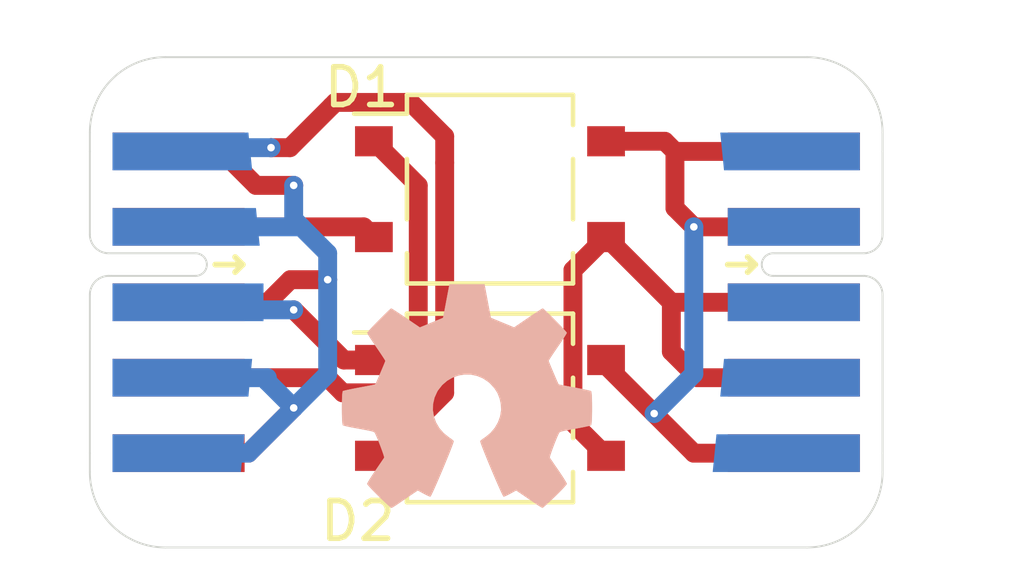
<source format=kicad_pcb>
(kicad_pcb (version 20211014) (generator pcbnew)
  (layers (0 "F.Cu" signal) (31 "B.Cu" signal) (34 "B.Paste" user) (35 "F.Paste" user) (36 "B.SilkS" user "B.Silkscreen") (37 "F.SilkS" user "F.Silkscreen") (38 "B.Mask" user) (39 "F.Mask" user) (44 "Edge.Cuts" user))
  (net 0 "")
  (net 1 "Net-(J1-Pad1)")
  (net 2 "/rectifier/CT1")
  (net 3 "/rectifier/CT2")
  (net 4 "/rectifier/CT4")
  (net 5 "/rectifier/CT3")
  (net 6 "GND")
  (net 7 "/rectifier/48V")
  (footprint "on_edge:on_edge_2x05_device" (layer "F.Cu") (at 140 96.5 -90)
    (fp_text reference "J1")
    (fp_text value "004_BASE-T_CT")
    (fp_line (start -1.2 -3.85) (end -1 -4.05) (layer "F.SilkS") (width 0.153))
    (fp_line (start -1 -4.05) (end -0.8 -3.85) (layer "F.SilkS") (width 0.153))
    (fp_line (start -1 -4.05) (end -1 -3.323) (layer "F.SilkS") (width 0.153))
    (fp_line (start -0.7 -0.5) (end -0.7 -2.8) (layer "Edge.Cuts") (width 0.05))
    (fp_line (start -1.3 -2.8) (end -1.3 -0.5) (layer "Edge.Cuts") (width 0.05))
    (fp_line (start -4 0) (end -1.8 0) (layer "Edge.Cuts") (width 0.05))
    (fp_line (start -0.2 0) (end 4 0) (layer "Edge.Cuts") (width 0.05))
    (fp_arc (start -1.3 -2.8) (mid -1 -3.1) (end -0.7 -2.8) (layer "Edge.Cuts") (width 0.05))
    (fp_arc (start -0.2 0) (mid -0.553553 -0.146447) (end -0.7 -0.5) (layer "Edge.Cuts") (width 0.05))
    (fp_arc (start -1.3 -0.5) (mid -1.446447 -0.146447) (end -1.8 0) (layer "Edge.Cuts") (width 0.05))
    (pad "1" smd rect (at -4 -2.35 90) (size 1 3.5) (layers "F.Cu" "F.Mask") (net 1 "Net-(J1-Pad1)"))
    (pad "2" smd rect (at -2 -2.35 270) (size 1 3.5) (layers "F.Cu" "F.Mask") (net 2 "/rectifier/CT1"))
    (pad "3" smd rect (at 0 -2.35 270) (size 1 3.5) (layers "F.Cu" "F.Mask") (net 1 "Net-(J1-Pad1)"))
    (pad "4" smd rect (at 2 -2.35 90) (size 1 3.5) (layers "F.Cu" "F.Mask") (net 3 "/rectifier/CT2"))
    (pad "5" smd rect (at 4 -2.35 90) (size 1 3.5) (layers "F.Cu" "F.Mask") (net 1 "Net-(J1-Pad1)"))
    (pad "6" smd custom (at -4 -2.4 270) (size 1 3.6) (layers "B.Cu" "B.Mask") (net 5 "/rectifier/CT3") (options (clearance outline) (anchor rect)) (primitives (gr_poly (pts (xy 0.5 -1.8) (xy 0.5 -1.9) (xy -0.5 -1.8)) (width 0) (fill yes))))
    (pad "7" smd custom (at -2 -2.1 270) (size 1 3) (layers "B.Cu" "B.Mask") (net 1 "Net-(J1-Pad1)") (options (clearance outline) (anchor rect)) (primitives (gr_poly (pts (xy 0.3 -0.51) (xy 0.31 -0.62) (xy 0.33 -0.7) (xy 0.35 -0.76) (xy 0.37 -0.81) (xy 0.4 -0.86) (xy 0.44 -0.92) (xy 0.48 -0.97) (xy 0.5 -0.99) (xy 0.5 -2.4) (xy -0.5 -2.3) (xy -0.5 1.5) (xy 0.3 1.5)) (width 0) (fill yes))))
    (pad "8" smd rect (at 0 -2.6 270) (size 1 4) (layers "B.Cu" "B.Mask") (net 4 "/rectifier/CT4"))
    (pad "9" smd custom (at 2 -2.4 270) (size 1 3.6) (layers "B.Cu" "B.Mask") (net 1 "Net-(J1-Pad1)") (options (clearance outline) (anchor rect)) (primitives (gr_poly (pts (xy -0.5 -1.8) (xy -0.5 -1.9) (xy 0.5 -1.8)) (width 0) (fill yes))))
    (pad "10" smd custom (at 4 -2.3 270) (size 1 3.4) (layers "B.Cu" "B.Mask") (net 1 "Net-(J1-Pad1)") (options (clearance outline) (anchor rect)) (primitives (gr_poly (pts (xy -0.5 -1.7) (xy -0.5 -1.8) (xy 0.5 -1.7)) (width 0) (fill yes))))
  )
  (footprint "on_edge:on_edge_2x05_host" (layer "F.Cu") (at 161 96.5 -90)
    (fp_text reference "J2")
    (fp_text value "013_PoE_rectified")
    (fp_line (start -1 3.373) (end -1.2 3.573) (layer "F.SilkS") (width 0.153))
    (fp_line (start -1 4.1) (end -1 3.373) (layer "F.SilkS") (width 0.153))
    (fp_line (start -0.8 3.573) (end -1 3.373) (layer "F.SilkS") (width 0.153))
    (fp_line (start -0.2 0) (end 4 0) (layer "Edge.Cuts") (width 0.05))
    (fp_line (start -1.3 0.5) (end -1.3 2.9) (layer "Edge.Cuts") (width 0.05))
    (fp_line (start -4 0) (end -1.8 0) (layer "Edge.Cuts") (width 0.05))
    (fp_line (start -0.7 2.9) (end -0.7 0.5) (layer "Edge.Cuts") (width 0.05))
    (fp_arc (start -0.7 2.9) (mid -1 3.2) (end -1.3 2.9) (layer "Edge.Cuts") (width 0.05))
    (fp_arc (start -1.8 0) (mid -1.446447 0.146447) (end -1.3 0.5) (layer "Edge.Cuts") (width 0.05))
    (fp_arc (start -0.7 0.5) (mid -0.553553 0.146447) (end -0.2 0) (layer "Edge.Cuts") (width 0.05))
    (pad "1" smd rect (at -4 2.35 270) (size 1 3.5) (layers "F.Cu" "F.Mask") (net 6 "GND"))
    (pad "2" smd rect (at -2 2.35 270) (size 1 3.5) (layers "F.Cu" "F.Mask") (net 6 "GND"))
    (pad "3" smd rect (at 0 2.35 270) (size 1 3.5) (layers "F.Cu" "F.Mask") (net 7 "/rectifier/48V"))
    (pad "4" smd rect (at 2 2.35 270) (size 1 3.5) (layers "F.Cu" "F.Mask") (net 7 "/rectifier/48V"))
    (pad "5" smd rect (at 4 2.35 270) (size 1 3.5) (layers "F.Cu" "F.Mask") (net 6 "GND"))
    (pad "6" smd custom (at -4 2.4 90) (size 1 3.6) (layers "B.Cu" "B.Mask") (options (clearance outline) (anchor rect)) (primitives (gr_poly (pts (xy 0.5 -1.8) (xy -0.5 -1.8) (xy 0.5 -1.9)) (width 0) (fill yes))))
    (pad "7" smd rect (at -2 2.35 90) (size 1 3.5) (layers "B.Cu" "B.Mask"))
    (pad "8" smd rect (at 0 2.35 90) (size 1 3.5) (layers "B.Cu" "B.Mask"))
    (pad "9" smd custom (at 2 2.4 90) (size 1 3.6) (layers "B.Cu" "B.Mask") (options (clearance outline) (anchor rect)) (primitives (gr_poly (pts (xy 0.5 -1.8) (xy -0.5 -1.8) (xy -0.5 -1.9)) (width 0) (fill yes))))
    (pad "10" smd custom (at 4 2.5 90) (size 1 3.8) (layers "B.Cu" "B.Mask") (options (clearance outline) (anchor rect)) (primitives (gr_poly (pts (xy 0.5 -1.9) (xy -0.5 -1.9) (xy -0.5 -2)) (width 0) (fill yes))))
  )
  (footprint "Package_TO_SOT_SMD:TO-269AA" (layer "F.Cu") (at 150.6 99.3)
    (fp_text reference "D2" (at -3.5 3) (layer "F.SilkS"))
    (fp_text value "MB2S")
    (fp_line (start -2.2 -0.8) (end -2.2 0.8) (layer "F.SilkS") (width 0.12))
    (fp_line (start 2.2 -1.7) (end 2.2 -2.5) (layer "F.SilkS") (width 0.12))
    (fp_line (start -2.2 2.5) (end -2.2 1.7) (layer "F.SilkS") (width 0.12))
    (fp_line (start 2.2 2.5) (end -2.2 2.5) (layer "F.SilkS") (width 0.12))
    (fp_line (start 2.2 -2.5) (end -2.2 -2.5) (layer "F.SilkS") (width 0.12))
    (fp_line (start -2.2 -2.5) (end -2.2 -2) (layer "F.SilkS") (width 0.12))
    (fp_line (start 2.2 1.7) (end 2.2 2.5) (layer "F.SilkS") (width 0.12))
    (fp_line (start -2.2 -2) (end -3.6 -2) (layer "F.SilkS") (width 0.12))
    (fp_line (start 2.2 -0.8) (end 2.2 0.8) (layer "F.SilkS") (width 0.12))
    (pad "1" smd rect (at -3.075 -1.27) (size 1 0.8) (layers "F.Cu" "F.Paste" "F.Mask") (net 4 "/rectifier/CT4"))
    (pad "2" smd rect (at -3.075 1.27) (size 1 0.8) (layers "F.Cu" "F.Paste" "F.Mask") (net 5 "/rectifier/CT3"))
    (pad "3" smd rect (at 3.075 1.27) (size 1 0.8) (layers "F.Cu" "F.Paste" "F.Mask") (net 7 "/rectifier/48V"))
    (pad "4" smd rect (at 3.075 -1.27) (size 1 0.8) (layers "F.Cu" "F.Paste" "F.Mask") (net 6 "GND"))
  )
  (footprint "Package_TO_SOT_SMD:TO-269AA" (layer "F.Cu") (at 150.6 93.5)
    (fp_text reference "D1" (at -3.4 -2.7) (layer "F.SilkS"))
    (fp_text value "MB2S")
    (fp_line (start 2.2 -2.5) (end -2.2 -2.5) (layer "F.SilkS") (width 0.12))
    (fp_line (start 2.2 -0.8) (end 2.2 0.8) (layer "F.SilkS") (width 0.12))
    (fp_line (start 2.2 1.7) (end 2.2 2.5) (layer "F.SilkS") (width 0.12))
    (fp_line (start -2.2 2.5) (end -2.2 1.7) (layer "F.SilkS") (width 0.12))
    (fp_line (start -2.2 -2) (end -3.6 -2) (layer "F.SilkS") (width 0.12))
    (fp_line (start 2.2 2.5) (end -2.2 2.5) (layer "F.SilkS") (width 0.12))
    (fp_line (start 2.2 -1.7) (end 2.2 -2.5) (layer "F.SilkS") (width 0.12))
    (fp_line (start -2.2 -2.5) (end -2.2 -2) (layer "F.SilkS") (width 0.12))
    (fp_line (start -2.2 -0.8) (end -2.2 0.8) (layer "F.SilkS") (width 0.12))
    (pad "1" smd rect (at -3.075 -1.27) (size 1 0.8) (layers "F.Cu" "F.Paste" "F.Mask") (net 3 "/rectifier/CT2"))
    (pad "2" smd rect (at -3.075 1.27) (size 1 0.8) (layers "F.Cu" "F.Paste" "F.Mask") (net 2 "/rectifier/CT1"))
    (pad "3" smd rect (at 3.075 1.27) (size 1 0.8) (layers "F.Cu" "F.Paste" "F.Mask") (net 7 "/rectifier/48V"))
    (pad "4" smd rect (at 3.075 -1.27) (size 1 0.8) (layers "F.Cu" "F.Paste" "F.Mask") (net 6 "GND"))
  )
  (footprint "Symbol:OSHW-Symbol_6.7x6mm_SilkScreen" (layer "B.Cu") (at 150 99 180)
    (fp_text reference "LOGO1" hide)
    (fp_text value "Logo_Open_Hardware_Small" hide)
    (fp_poly (pts (xy 0.555814 2.531069) (xy 0.639635 2.086445) (xy 0.94892 1.958947) (xy 1.258206 1.831449) (xy 1.629246 2.083754) (xy 1.733157 2.154004) (xy 1.827087 2.216728) (xy 1.906652 2.269062) (xy 1.96747 2.308143) (xy 2.005157 2.331107) (xy 2.015421 2.336058) (xy 2.03391 2.323324) (xy 2.07342 2.288118) (xy 2.129522 2.234938) (xy 2.197787 2.168282) (xy 2.273786 2.092646) (xy 2.353092 2.012528) (xy 2.431275 1.932426) (xy 2.503907 1.856836) (xy 2.566559 1.790255) (xy 2.614803 1.737182) (xy 2.64421 1.702113) (xy 2.651241 1.690377) (xy 2.641123 1.66874) (xy 2.612759 1.621338) (xy 2.569129 1.552807) (xy 2.513218 1.467785) (xy 2.448006 1.370907) (xy 2.410219 1.31565) (xy 2.341343 1.214752) (xy 2.28014 1.123701) (xy 2.229578 1.04703) (xy 2.192628 0.989272) (xy 2.172258 0.954957) (xy 2.169197 0.947746) (xy 2.176136 0.927252) (xy 2.195051 0.879487) (xy 2.223087 0.811168) (xy 2.257391 0.729011) (xy 2.295109 0.63973) (xy 2.333387 0.550042) (xy 2.36937 0.466662) (xy 2.400206 0.396306) (xy 2.423039 0.34569) (xy 2.435017 0.321529) (xy 2.435724 0.320578) (xy 2.454531 0.315964) (xy 2.504618 0.305672) (xy 2.580793 0.290713) (xy 2.677865 0.272099) (xy 2.790643 0.250841) (xy 2.856442 0.238582) (xy 2.97695 0.215638) (xy 3.085797 0.193805) (xy 3.177476 0.174278) (xy 3.246481 0.158252) (xy 3.287304 0.146921) (xy 3.295511 0.143326) (xy 3.303548 0.118994) (xy 3.310033 0.064041) (xy 3.31497 -0.015108) (xy 3.318364 -0.112026) (xy 3.320218 -0.220287) (xy 3.320538 -0.333465) (xy 3.319327 -0.445135) (xy 3.31659 -0.548868) (xy 3.312331 -0.638241) (xy 3.306555 -0.706826) (xy 3.299267 -0.748197) (xy 3.294895 -0.75681) (xy 3.268764 -0.767133) (xy 3.213393 -0.781892) (xy 3.136107 -0.799352) (xy 3.04423 -0.81778) (xy 3.012158 -0.823741) (xy 2.857524 -0.852066) (xy 2.735375 -0.874876) (xy 2.641673 -0.89308) (xy 2.572384 -0.907583) (xy 2.523471 -0.919292) (xy 2.490897 -0.929115) (xy 2.470628 -0.937956) (xy 2.458626 -0.946724) (xy 2.456947 -0.948457) (xy 2.440184 -0.976371) (xy 2.414614 -1.030695) (xy 2.382788 -1.104777) (xy 2.34726 -1.191965) (xy 2.310583 -1.285608) (xy 2.275311 -1.379052) (xy 2.243996 -1.465647) (xy 2.219193 -1.53874) (xy 2.203454 -1.591678) (xy 2.199332 -1.617811) (xy 2.199676 -1.618726) (xy 2.213641 -1.640086) (xy 2.245322 -1.687084) (xy 2.291391 -1.754827) (xy 2.348518 -1.838423) (xy 2.413373 -1.932982) (xy 2.431843 -1.959854) (xy 2.497699 -2.057275) (xy 2.55565 -2.146163) (xy 2.602538 -2.221412) (xy 2.635207 -2.27792) (xy 2.6505 -2.310581) (xy 2.651241 -2.314593) (xy 2.638392 -2.335684) (xy 2.602888 -2.377464) (xy 2.549293 -2.435445) (xy 2.482171 -2.505135) (xy 2.406087 -2.582045) (xy 2.325604 -2.661683) (xy 2.245287 -2.739561) (xy 2.169699 -2.811186) (xy 2.103405 -2.87207) (xy 2.050969 -2.917721) (xy 2.016955 -2.94365) (xy 2.007545 -2.947883) (xy 1.985643 -2.937912) (xy 1.9408 -2.91102) (xy 1.880321 -2.871736) (xy 1.833789 -2.840117) (xy 1.749475 -2.782098) (xy 1.649626 -2.713784) (xy 1.549473 -2.645579) (xy 1.495627 -2.609075) (xy 1.313371 -2.4858) (xy 1.160381 -2.56852) (xy 1.090682 -2.604759) (xy 1.031414 -2.632926) (xy 0.991311 -2.648991) (xy 0.981103 -2.651226) (xy 0.968829 -2.634722) (xy 0.944613 -2.588082) (xy 0.910263 -2.515609) (xy 0.867588 -2.421606) (xy 0.818394 -2.310374) (xy 0.76449 -2.186215) (xy 0.707684 -2.053432) (xy 0.649782 -1.916327) (xy 0.592593 -1.779202) (xy 0.537924 -1.646358) (xy 0.487584 -1.522098) (xy 0.44338 -1.410725) (xy 0.407119 -1.316539) (xy 0.380609 -1.243844) (xy 0.365658 -1.196941) (xy 0.363254 -1.180833) (xy 0.382311 -1.160286) (xy 0.424036 -1.126933) (xy 0.479706 -1.087702) (xy 0.484378 -1.084599) (xy 0.628264 -0.969423) (xy 0.744283 -0.835053) (xy 0.83143 -0.685784) (xy 0.888699 -0.525913) (xy 0.915086 -0.359737) (xy 0.909585 -0.191552) (xy 0.87119 -0.025655) (xy 0.798895 0.133658) (xy 0.777626 0.168513) (xy 0.666996 0.309263) (xy 0.536302 0.422286) (xy 0.390064 0.506997) (xy 0.232808 0.562806) (xy 0.069057 0.589126) (xy -0.096667 0.58537) (xy -0.259838 0.55095) (xy -0.415935 0.485277) (xy -0.560433 0.387765) (xy -0.605131 0.348187) (xy -0.718888 0.224297) (xy -0.801782 0.093876) (xy -0.858644 -0.052315) (xy -0.890313 -0.197088) (xy -0.898131 -0.35986) (xy -0.872062 -0.52344) (xy -0.814755 -0.682298) (xy -0.728856 -0.830906) (xy -0.617014 -0.963735) (xy -0.481877 -1.075256) (xy -0.464117 -1.087011) (xy -0.40785 -1.125508) (xy -0.365077 -1.158863) (xy -0.344628 -1.18016) (xy -0.344331 -1.180833) (xy -0.348721 -1.203871) (xy -0.366124 -1.256157) (xy -0.394732 -1.33339) (xy -0.432735 -1.431268) (xy -0.478326 -1.545491) (xy -0.529697 -1.671758) (xy -0.585038 -1.805767) (xy -0.642542 -1.943218) (xy -0.700399 -2.079808) (xy -0.756802 -2.211237) (xy -0.809942 -2.333205) (xy -0.85801 -2.441409) (xy -0.899199 -2.531549) (xy -0.931699 -2.599323) (xy -0.953703 -2.64043) (xy -0.962564 -2.651226) (xy -0.98964 -2.642819) (xy -1.040303 -2.620272) (xy -1.105817 -2.587613) (xy -1.141841 -2.56852) (xy -1.294832 -2.4858) (xy -1.477088 -2.609075) (xy -1.570125 -2.672228) (xy -1.671985 -2.741727) (xy -1.767438 -2.807165) (xy -1.81525 -2.840117) (xy -1.882495 -2.885273) (xy -1.939436 -2.921057) (xy -1.978646 -2.942938) (xy -1.991381 -2.947563) (xy -2.009917 -2.935085) (xy -2.050941 -2.900252) (xy -2.110475 -2.846678) (xy -2.184542 -2.777983) (xy -2.269165 -2.697781) (xy -2.322685 -2.646286) (xy -2.416319 -2.554286) (xy -2.497241 -2.471999) (xy -2.562177 -2.402945) (xy -2.607858 -2.350644) (xy -2.631011 -2.318616) (xy -2.633232 -2.312116) (xy -2.622924 -2.287394) (xy -2.594439 -2.237405) (xy -2.550937 -2.167212) (xy -2.495577 -2.081875) (xy -2.43152 -1.986456) (xy -2.413303 -1.959854) (xy -2.346927 -1.863167) (xy -2.287378 -1.776117) (xy -2.237984 -1.703595) (xy -2.202075 -1.650493) (xy -2.182981 -1.621703) (xy -2.181136 -1.618726) (xy -2.183895 -1.595782) (xy -2.198538 -1.545336) (xy -2.222513 -1.474041) (xy -2.253266 -1.388547) (xy -2.288244 -1.295507) (xy -2.324893 -1.201574) (xy -2.360661 -1.113399) (xy -2.392994 -1.037634) (xy -2.419338 -0.980931) (xy -2.437142 -0.949943) (xy -2.438407 -0.948457) (xy -2.449294 -0.939601) (xy -2.467682 -0.930843) (xy -2.497606 -0.921277) (xy -2.543103 -0.909996) (xy -2.608209 -0.896093) (xy -2.696961 -0.878663) (xy -2.813393 -0.856798) (xy -2.961542 -0.829591) (xy -2.993618 -0.823741) (xy -3.088686 -0.805374) (xy -3.171565 -0.787405) (xy -3.23493 -0.771569) (xy -3.271458 -0.7596) (xy -3.276356 -0.75681) (xy -3.284427 -0.732072) (xy -3.290987 -0.67679) (xy -3.296033 -0.597389) (xy -3.299559 -0.500296) (xy -3.301561 -0.391938) (xy -3.302036 -0.27874) (xy -3.300977 -0.167128) (xy -3.298382 -0.063529) (xy -3.294246 0.025632) (xy -3.288563 0.093928) (xy -3.281331 0.134934) (xy -3.276971 0.143326) (xy -3.252698 0.151792) (xy -3.197426 0.165565) (xy -3.116662 0.18345) (xy -3.015912 0.204252) (xy -2.900683 0.226777) (xy -2.837902 0.238582) (xy -2.718787 0.260849) (xy -2.612565 0.281021) (xy -2.524427 0.298085) (xy -2.459566 0.311031) (xy -2.423174 0.318845) (xy -2.417184 0.320578) (xy -2.407061 0.34011) (xy -2.385662 0.387157) (xy -2.355839 0.454997) (xy -2.320445 0.536909) (xy -2.282332 0.626172) (xy -2.244353 0.716065) (xy -2.20936 0.799865) (xy -2.180206 0.870853) (xy -2.159743 0.922306) (xy -2.150823 0.947503) (xy -2.150657 0.948604) (xy -2.160769 0.968481) (xy -2.189117 1.014223) (xy -2.232723 1.081283) (xy -2.288606 1.165116) (xy -2.353787 1.261174) (xy -2.391679 1.31635) (xy -2.460725 1.417519) (xy -2.52205 1.50937) (xy -2.572663 1.587256) (xy -2.609571 1.646531) (xy -2.629782 1.682549) (xy -2.632701 1.690623) (xy -2.620153 1.709416) (xy -2.585463 1.749543) (xy -2.533063 1.806507) (xy -2.467384 1.875815) (xy -2.392856 1.952969) (xy -2.313913 2.033475) (xy -2.234983 2.112837) (xy -2.1605 2.18656) (xy -2.094894 2.250148) (xy -2.042596 2.299106) (xy -2.008039 2.328939) (xy -1.996478 2.336058) (xy -1.977654 2.326047) (xy -1.932631 2.297922) (xy -1.865787 2.254546) (xy -1.781499 2.198782) (xy -1.684144 2.133494) (xy -1.610707 2.083754) (xy -1.239667 1.831449) (xy -0.621095 2.086445) (xy -0.537275 2.531069) (xy -0.453454 2.975693) (xy 0.471994 2.975693) (xy 0.555814 2.531069)) (layer "B.SilkS") (width 0.01) (fill solid))
  )
  (gr_line (start 142 90) (end 159 90) (layer "Edge.Cuts") (width 0.05))
  (gr_arc (start 161 101) (mid 160.414214 102.414214) (end 159 103) (layer "Edge.Cuts") (width 0.05))
  (gr_line (start 159 103) (end 142 103) (layer "Edge.Cuts") (width 0.05))
  (gr_arc (start 159 90) (mid 160.414214 90.585786) (end 161 92) (layer "Edge.Cuts") (width 0.05))
  (gr_line (start 161 92.5) (end 161 92) (layer "Edge.Cuts") (width 0.05))
  (gr_arc (start 142 103) (mid 140.585786 102.414214) (end 140 101) (layer "Edge.Cuts") (width 0.05))
  (gr_line (start 161 101) (end 161 100.5) (layer "Edge.Cuts") (width 0.05))
  (gr_arc (start 140 92) (mid 140.585786 90.585786) (end 142 90) (layer "Edge.Cuts") (width 0.05))
  (gr_line (start 140 100.5) (end 140 101) (layer "Edge.Cuts") (width 0.05))
  (gr_line (start 140 92.5) (end 140 92) (layer "Edge.Cuts") (width 0.05))
  (segment (start 142.35 96.5) (end 144.713288 96.5) (width 0.5) (layer "F.Cu") (net 1))
  (segment (start 142.35 100.5) (end 144.2 100.5) (width 0.5) (layer "F.Cu") (net 1))
  (segment (start 145.313288 95.9) (end 146.3 95.9) (width 0.5) (layer "F.Cu") (net 1))
  (segment (start 144.2 100.5) (end 145.4 99.3) (width 0.5) (layer "F.Cu") (net 1))
  (segment (start 143.5 92.5) (end 144.4 93.4) (width 0.5) (layer "F.Cu") (net 1))
  (segment (start 144.4 93.4) (end 145.4 93.4) (width 0.5) (layer "F.Cu") (net 1))
  (segment (start 144.713288 96.5) (end 145.313288 95.9) (width 0.5) (layer "F.Cu") (net 1))
  (segment (start 142.35 92.5) (end 143.5 92.5) (width 0.5) (layer "F.Cu") (net 1))
  (via (at 145.4 93.4) (size 0.5) (drill 0.2) (layers "F.Cu" "B.Cu") (net 1))
  (via (at 146.3 95.9) (size 0.5) (drill 0.2) (layers "F.Cu" "B.Cu") (net 1))
  (via (at 145.4 99.3) (size 0.5) (drill 0.2) (layers "F.Cu" "B.Cu") (net 1))
  (segment (start 146.3 98.4) (end 145.4 99.3) (width 0.5) (layer "B.Cu") (net 1))
  (segment (start 145.4 99.3) (end 144.7 98.6) (width 0.5) (layer "B.Cu") (net 1))
  (segment (start 144.7 98.5) (end 142.4 98.5) (width 0.5) (layer "B.Cu") (net 1))
  (segment (start 142.3 100.5) (end 144.2 100.5) (width 0.5) (layer "B.Cu") (net 1))
  (segment (start 145.6 94.5) (end 146.3 95.2) (width 0.5) (layer "B.Cu") (net 1))
  (segment (start 144.2 100.5) (end 145.4 99.3) (width 0.5) (layer "B.Cu") (net 1))
  (segment (start 146.3 95.2) (end 146.3 95.9) (width 0.5) (layer "B.Cu") (net 1))
  (segment (start 146.3 95.9) (end 146.3 98.4) (width 0.5) (layer "B.Cu") (net 1))
  (segment (start 145.4 93.4) (end 145.4 94.3) (width 0.5) (layer "B.Cu") (net 1))
  (segment (start 142.1 94.5) (end 145.6 94.5) (width 0.5) (layer "B.Cu") (net 1))
  (segment (start 145.4 94.3) (end 145.6 94.5) (width 0.5) (layer "B.Cu") (net 1))
  (segment (start 144.7 98.6) (end 144.7 98.5) (width 0.5) (layer "B.Cu") (net 1))
  (segment (start 147.255 94.5) (end 142.35 94.5) (width 0.5) (layer "F.Cu") (net 2))
  (segment (start 147.525 94.77) (end 147.255 94.5) (width 0.5) (layer "F.Cu") (net 2))
  (segment (start 148.7 98.4) (end 148.2 98.9) (width 0.5) (layer "F.Cu") (net 3))
  (segment (start 146.3 98.5) (end 142.35 98.5) (width 0.5) (layer "F.Cu") (net 3))
  (segment (start 148.2 98.9) (end 146.7 98.9) (width 0.5) (layer "F.Cu") (net 3))
  (segment (start 148.7 93.405) (end 148.7 98.4) (width 0.5) (layer "F.Cu") (net 3))
  (segment (start 146.7 98.9) (end 146.3 98.5) (width 0.5) (layer "F.Cu") (net 3))
  (segment (start 147.525 92.23) (end 148.7 93.405) (width 0.5) (layer "F.Cu") (net 3))
  (segment (start 147.525 98.03) (end 146.73 98.03) (width 0.5) (layer "F.Cu") (net 4))
  (segment (start 146.73 98.03) (end 145.4 96.7) (width 0.5) (layer "F.Cu") (net 4))
  (via (at 145.4 96.7) (size 0.5) (drill 0.2) (layers "F.Cu" "B.Cu") (net 4))
  (segment (start 145.4 96.7) (end 142.8 96.7) (width 0.5) (layer "B.Cu") (net 4))
  (segment (start 142.8 96.7) (end 142.6 96.5) (width 0.5) (layer "B.Cu") (net 4))
  (segment (start 149.4 92.1) (end 148.5 91.2) (width 0.5) (layer "F.Cu") (net 5))
  (segment (start 149.4 98.9) (end 149.4 92.8) (width 0.5) (layer "F.Cu") (net 5))
  (segment (start 149.4 92.8) (end 149.4 92.1) (width 0.5) (layer "F.Cu") (net 5))
  (segment (start 147.73 100.57) (end 149 99.3) (width 0.5) (layer "F.Cu") (net 5))
  (segment (start 146.5 91.2) (end 146.4 91.3) (width 0.5) (layer "F.Cu") (net 5))
  (segment (start 147.525 100.57) (end 147.73 100.57) (width 0.5) (layer "F.Cu") (net 5))
  (segment (start 145.3 92.4) (end 144.8 92.4) (width 0.5) (layer "F.Cu") (net 5))
  (segment (start 148.5 91.2) (end 146.5 91.2) (width 0.5) (layer "F.Cu") (net 5))
  (segment (start 146.4 91.3) (end 145.3 92.4) (width 0.5) (layer "F.Cu") (net 5))
  (segment (start 149 99.3) (end 149.4 98.9) (width 0.5) (layer "F.Cu") (net 5))
  (via (at 144.8 92.4) (size 0.5) (drill 0.2) (layers "F.Cu" "B.Cu") (net 5))
  (segment (start 144.8 92.4) (end 142.5 92.4) (width 0.5) (layer "B.Cu") (net 5))
  (segment (start 142.5 92.4) (end 142.4 92.5) (width 0.5) (layer "B.Cu") (net 5))
  (segment (start 156 94.5) (end 155.5 94) (width 0.5) (layer "F.Cu") (net 6))
  (segment (start 153.675 92.23) (end 155.23 92.23) (width 0.5) (layer "F.Cu") (net 6))
  (segment (start 153.675 98.03) (end 153.675 98.175) (width 0.5) (layer "F.Cu") (net 6))
  (segment (start 154.95 99.45) (end 156 100.5) (width 0.5) (layer "F.Cu") (net 6))
  (segment (start 155.23 92.23) (end 155.5 92.5) (width 0.5) (layer "F.Cu") (net 6))
  (segment (start 158.65 94.5) (end 156 94.5) (width 0.5) (layer "F.Cu") (net 6))
  (segment (start 155.5 94) (end 155.5 92.5) (width 0.5) (layer "F.Cu") (net 6))
  (segment (start 155.5 92.5) (end 158.65 92.5) (width 0.5) (layer "F.Cu") (net 6))
  (segment (start 156 100.5) (end 158.65 100.5) (width 0.5) (layer "F.Cu") (net 6))
  (segment (start 153.675 98.175) (end 154.95 99.45) (width 0.5) (layer "F.Cu") (net 6))
  (via (at 156 94.5) (size 0.5) (drill 0.2) (layers "F.Cu" "B.Cu") (net 6))
  (via (at 154.95 99.45) (size 0.5) (drill 0.2) (layers "F.Cu" "B.Cu") (net 6))
  (segment (start 156 94.5) (end 156 98.4) (width 0.5) (layer "B.Cu") (net 6))
  (segment (start 156 98.4) (end 154.95 99.45) (width 0.5) (layer "B.Cu") (net 6))
  (segment (start 158.65 96.5) (end 155.405 96.5) (width 0.5) (layer "F.Cu") (net 7))
  (segment (start 158.65 98.5) (end 156.1 98.5) (width 0.5) (layer "F.Cu") (net 7))
  (segment (start 155.405 97.805) (end 155.405 96.5) (width 0.5) (layer "F.Cu") (net 7))
  (segment (start 153.675 100.57) (end 152.798 99.693) (width 0.5) (layer "F.Cu") (net 7))
  (segment (start 152.798 95.647) (end 153.675 94.77) (width 0.5) (layer "F.Cu") (net 7))
  (segment (start 152.798 99.693) (end 152.798 95.647) (width 0.5) (layer "F.Cu") (net 7))
  (segment (start 155.405 96.5) (end 153.675 94.77) (width 0.5) (layer "F.Cu") (net 7))
  (segment (start 156.1 98.5) (end 155.405 97.805) (width 0.5) (layer "F.Cu") (net 7))
)
</source>
